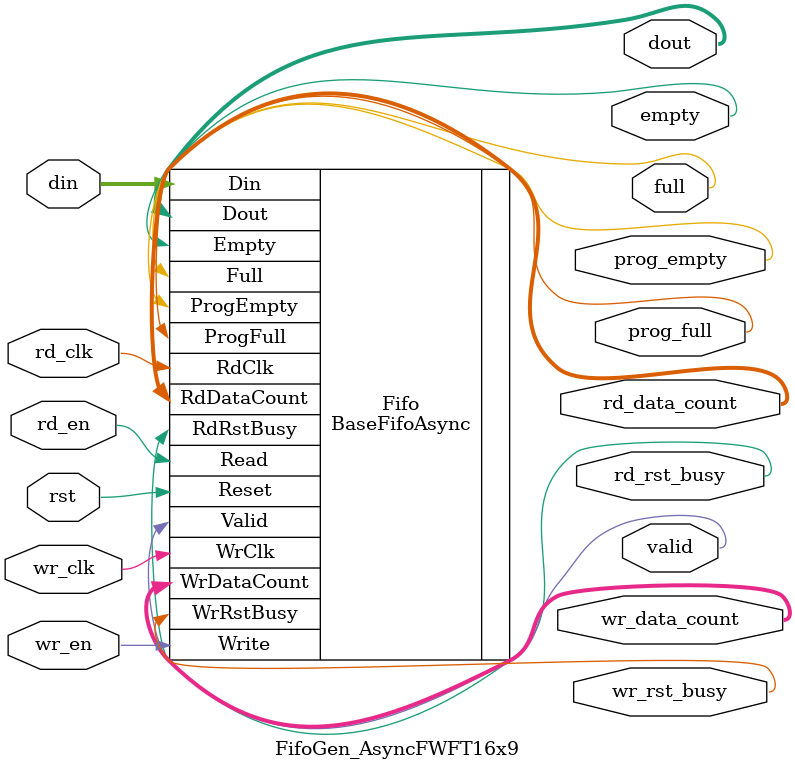
<source format=v>
/*
	FifoGen_AsyncFWFT16x9.v: Behavior version of 16x9 block RAM FIFO

		  Ted Rossin 10-18-2024
	  		     11-05-2024 

     Note: 
*/

`timescale 1ns / 1ps

module FifoGen_AsyncFWFT16x9(
     input wr_clk
    ,input rd_clk
    ,input rst
    ,output wr_rst_busy
    ,output rd_rst_busy
    ,input[8:0] din
    ,input wr_en
    ,input rd_en
    ,output[8:0] dout
    ,output full
    ,output empty
    ,output prog_empty
    ,output[3:0] wr_data_count
    ,output[3:0] rd_data_count
    ,output prog_full
    ,output valid
);

    BaseFifoAsync #(
	 .FirstWordFall(1)
	,.BuiltIn(0)
    	,.Width(9)
	,.ProgEmptyValue(5)
	,.ProgFullValue(12)
	,.DataCountWidth(4)
	,.Depth(16)
	,.NumSync(2)
    ) Fifo(
     	 .WrClk(wr_clk)
     	,.RdClk(rd_clk)
    	,.Reset(rst)
	,.RdRstBusy(rd_rst_busy)
	,.WrRstBusy(wr_rst_busy)
    	,.Write(wr_en)
    	,.Read(rd_en)
    	,.Din(din)
    	,.Dout(dout)
    	,.ProgFull(prog_full)
    	,.WrDataCount(wr_data_count)
    	,.RdDataCount(rd_data_count)
    	,.Valid(valid)
    	,.Empty(empty)
	,.ProgEmpty(prog_empty)
    	,.Full(full)
    );
endmodule

</source>
